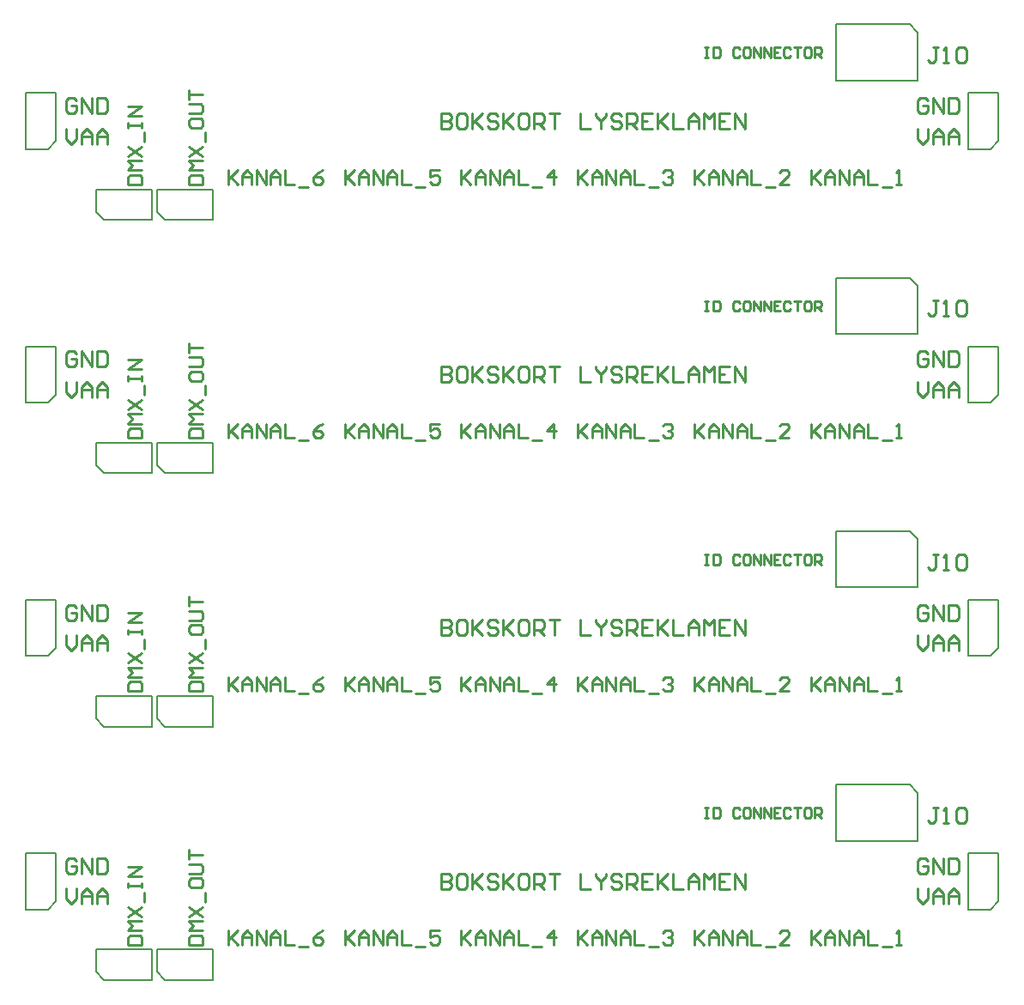
<source format=gto>
G04 Layer_Color=65535*
%FSLAX25Y25*%
%MOIN*%
G70*
G01*
G75*
%ADD10C,0.00787*%
%ADD17C,0.01000*%
D10*
X35276Y21654D02*
X57087D01*
X35276Y12992D02*
Y21654D01*
Y12992D02*
X38425Y9843D01*
X57087D01*
Y21654D01*
X58898D02*
X80709D01*
X58898Y12992D02*
Y21654D01*
Y12992D02*
X62047Y9843D01*
X80709D01*
Y21654D01*
X322559Y63898D02*
Y85709D01*
X351339D01*
X354488Y82559D01*
Y63898D02*
Y82559D01*
X322559Y63898D02*
X354488D01*
X374016Y59055D02*
X385827D01*
Y40394D02*
Y59055D01*
X382677Y37244D02*
X385827Y40394D01*
X374016Y37244D02*
X382677D01*
X374016D02*
Y59055D01*
X7874D02*
X19685D01*
Y40394D02*
Y59055D01*
X16535Y37244D02*
X19685Y40394D01*
X7874Y37244D02*
X16535D01*
X7874D02*
Y59055D01*
X35276Y120079D02*
X57087D01*
X35276Y111417D02*
Y120079D01*
Y111417D02*
X38425Y108268D01*
X57087D01*
Y120079D01*
X58898D02*
X80709D01*
X58898Y111417D02*
Y120079D01*
Y111417D02*
X62047Y108268D01*
X80709D01*
Y120079D01*
X322559Y162323D02*
Y184134D01*
X351339D01*
X354488Y180984D01*
Y162323D02*
Y180984D01*
X322559Y162323D02*
X354488D01*
X374016Y157480D02*
X385827D01*
Y138819D02*
Y157480D01*
X382677Y135669D02*
X385827Y138819D01*
X374016Y135669D02*
X382677D01*
X374016D02*
Y157480D01*
X7874D02*
X19685D01*
Y138819D02*
Y157480D01*
X16535Y135669D02*
X19685Y138819D01*
X7874Y135669D02*
X16535D01*
X7874D02*
Y157480D01*
X35276Y218504D02*
X57087D01*
X35276Y209842D02*
Y218504D01*
Y209842D02*
X38425Y206693D01*
X57087D01*
Y218504D01*
X58898D02*
X80709D01*
X58898Y209842D02*
Y218504D01*
Y209842D02*
X62047Y206693D01*
X80709D01*
Y218504D01*
X322559Y260748D02*
Y282559D01*
X351339D01*
X354488Y279410D01*
Y260748D02*
Y279410D01*
X322559Y260748D02*
X354488D01*
X374016Y255906D02*
X385827D01*
Y237244D02*
Y255906D01*
X382677Y234095D02*
X385827Y237244D01*
X374016Y234095D02*
X382677D01*
X374016D02*
Y255906D01*
X7874D02*
X19685D01*
Y237244D02*
Y255906D01*
X16535Y234095D02*
X19685Y237244D01*
X7874Y234095D02*
X16535D01*
X7874D02*
Y255906D01*
X35276Y316929D02*
X57087D01*
X35276Y308268D02*
Y316929D01*
Y308268D02*
X38425Y305118D01*
X57087D01*
Y316929D01*
X58898D02*
X80709D01*
X58898Y308268D02*
Y316929D01*
Y308268D02*
X62047Y305118D01*
X80709D01*
Y316929D01*
X322559Y359173D02*
Y380984D01*
X351339D01*
X354488Y377835D01*
Y359173D02*
Y377835D01*
X322559Y359173D02*
X354488D01*
X374016Y354331D02*
X385827D01*
Y335669D02*
Y354331D01*
X382677Y332520D02*
X385827Y335669D01*
X374016Y332520D02*
X382677D01*
X374016D02*
Y354331D01*
X7874D02*
X19685D01*
Y335669D02*
Y354331D01*
X16535Y332520D02*
X19685Y335669D01*
X7874Y332520D02*
X16535D01*
X7874D02*
Y354331D01*
D17*
X362266Y76864D02*
X360267D01*
X361267D01*
Y71866D01*
X360267Y70866D01*
X359267D01*
X358268Y71866D01*
X364266Y70866D02*
X366265D01*
X365265D01*
Y76864D01*
X364266Y75864D01*
X369264D02*
X370264Y76864D01*
X372263D01*
X373263Y75864D01*
Y71866D01*
X372263Y70866D01*
X370264D01*
X369264Y71866D01*
Y75864D01*
X47640Y23622D02*
X53150D01*
Y26377D01*
X52231Y27295D01*
X48558D01*
X47640Y26377D01*
Y23622D01*
X53150Y29132D02*
X47640D01*
X49476Y30969D01*
X47640Y32805D01*
X53150D01*
X47640Y34642D02*
X53150Y38315D01*
X47640D02*
X53150Y34642D01*
X54068Y40152D02*
Y43826D01*
X47640Y45662D02*
Y47499D01*
Y46580D01*
X53150D01*
Y45662D01*
Y47499D01*
Y50254D02*
X47640D01*
X53150Y53927D01*
X47640D01*
X71262Y23622D02*
X76772D01*
Y26377D01*
X75853Y27295D01*
X72180D01*
X71262Y26377D01*
Y23622D01*
X76772Y29132D02*
X71262D01*
X73098Y30969D01*
X71262Y32805D01*
X76772D01*
X71262Y34642D02*
X76772Y38315D01*
X71262D02*
X76772Y34642D01*
X77690Y40152D02*
Y43826D01*
X71262Y48417D02*
Y46580D01*
X72180Y45662D01*
X75853D01*
X76772Y46580D01*
Y48417D01*
X75853Y49336D01*
X72180D01*
X71262Y48417D01*
Y51172D02*
X75853D01*
X76772Y52091D01*
Y53927D01*
X75853Y54846D01*
X71262D01*
Y56682D02*
Y60356D01*
Y58519D01*
X76772D01*
X312992Y29132D02*
Y23622D01*
Y25459D01*
X316666Y29132D01*
X313911Y26377D01*
X316666Y23622D01*
X318502D02*
Y27295D01*
X320339Y29132D01*
X322176Y27295D01*
Y23622D01*
Y26377D01*
X318502D01*
X324012Y23622D02*
Y29132D01*
X327685Y23622D01*
Y29132D01*
X329522Y23622D02*
Y27295D01*
X331359Y29132D01*
X333196Y27295D01*
Y23622D01*
Y26377D01*
X329522D01*
X335032Y29132D02*
Y23622D01*
X338706D01*
X340542Y22704D02*
X344216D01*
X346052Y23622D02*
X347889D01*
X346971D01*
Y29132D01*
X346052Y28214D01*
X267717Y29132D02*
Y23622D01*
Y25459D01*
X271390Y29132D01*
X268635Y26377D01*
X271390Y23622D01*
X273227D02*
Y27295D01*
X275063Y29132D01*
X276900Y27295D01*
Y23622D01*
Y26377D01*
X273227D01*
X278737Y23622D02*
Y29132D01*
X282410Y23622D01*
Y29132D01*
X284247Y23622D02*
Y27295D01*
X286083Y29132D01*
X287920Y27295D01*
Y23622D01*
Y26377D01*
X284247D01*
X289757Y29132D02*
Y23622D01*
X293430D01*
X295267Y22704D02*
X298940D01*
X304450Y23622D02*
X300777D01*
X304450Y27295D01*
Y28214D01*
X303532Y29132D01*
X301695D01*
X300777Y28214D01*
X222441Y29132D02*
Y23622D01*
Y25459D01*
X226114Y29132D01*
X223359Y26377D01*
X226114Y23622D01*
X227951D02*
Y27295D01*
X229788Y29132D01*
X231624Y27295D01*
Y23622D01*
Y26377D01*
X227951D01*
X233461Y23622D02*
Y29132D01*
X237134Y23622D01*
Y29132D01*
X238971Y23622D02*
Y27295D01*
X240808Y29132D01*
X242644Y27295D01*
Y23622D01*
Y26377D01*
X238971D01*
X244481Y29132D02*
Y23622D01*
X248154D01*
X249991Y22704D02*
X253664D01*
X255501Y28214D02*
X256419Y29132D01*
X258256D01*
X259174Y28214D01*
Y27295D01*
X258256Y26377D01*
X257338D01*
X258256D01*
X259174Y25459D01*
Y24540D01*
X258256Y23622D01*
X256419D01*
X255501Y24540D01*
X177165Y29132D02*
Y23622D01*
Y25459D01*
X180839Y29132D01*
X178084Y26377D01*
X180839Y23622D01*
X182675D02*
Y27295D01*
X184512Y29132D01*
X186349Y27295D01*
Y23622D01*
Y26377D01*
X182675D01*
X188185Y23622D02*
Y29132D01*
X191859Y23622D01*
Y29132D01*
X193695Y23622D02*
Y27295D01*
X195532Y29132D01*
X197369Y27295D01*
Y23622D01*
Y26377D01*
X193695D01*
X199206Y29132D02*
Y23622D01*
X202879D01*
X204715Y22704D02*
X208389D01*
X212981Y23622D02*
Y29132D01*
X210226Y26377D01*
X213899D01*
X131890Y29132D02*
Y23622D01*
Y25459D01*
X135563Y29132D01*
X132808Y26377D01*
X135563Y23622D01*
X137400D02*
Y27295D01*
X139236Y29132D01*
X141073Y27295D01*
Y23622D01*
Y26377D01*
X137400D01*
X142910Y23622D02*
Y29132D01*
X146583Y23622D01*
Y29132D01*
X148420Y23622D02*
Y27295D01*
X150257Y29132D01*
X152093Y27295D01*
Y23622D01*
Y26377D01*
X148420D01*
X153930Y29132D02*
Y23622D01*
X157603D01*
X159440Y22704D02*
X163113D01*
X168623Y29132D02*
X164950D01*
Y26377D01*
X166787Y27295D01*
X167705D01*
X168623Y26377D01*
Y24540D01*
X167705Y23622D01*
X165868D01*
X164950Y24540D01*
X86614Y29132D02*
Y23622D01*
Y25459D01*
X90288Y29132D01*
X87533Y26377D01*
X90288Y23622D01*
X92124D02*
Y27295D01*
X93961Y29132D01*
X95798Y27295D01*
Y23622D01*
Y26377D01*
X92124D01*
X97634Y23622D02*
Y29132D01*
X101308Y23622D01*
Y29132D01*
X103144Y23622D02*
Y27295D01*
X104981Y29132D01*
X106818Y27295D01*
Y23622D01*
Y26377D01*
X103144D01*
X108654Y29132D02*
Y23622D01*
X112328D01*
X114164Y22704D02*
X117838D01*
X123348Y29132D02*
X121511Y28214D01*
X119674Y26377D01*
Y24540D01*
X120593Y23622D01*
X122429D01*
X123348Y24540D01*
Y25459D01*
X122429Y26377D01*
X119674D01*
X169291Y51274D02*
Y45276D01*
X172290D01*
X173290Y46275D01*
Y47275D01*
X172290Y48275D01*
X169291D01*
X172290D01*
X173290Y49274D01*
Y50274D01*
X172290Y51274D01*
X169291D01*
X178288D02*
X176289D01*
X175289Y50274D01*
Y46275D01*
X176289Y45276D01*
X178288D01*
X179288Y46275D01*
Y50274D01*
X178288Y51274D01*
X181288D02*
Y45276D01*
Y47275D01*
X185286Y51274D01*
X182287Y48275D01*
X185286Y45276D01*
X191284Y50274D02*
X190285Y51274D01*
X188285D01*
X187285Y50274D01*
Y49274D01*
X188285Y48275D01*
X190285D01*
X191284Y47275D01*
Y46275D01*
X190285Y45276D01*
X188285D01*
X187285Y46275D01*
X193284Y51274D02*
Y45276D01*
Y47275D01*
X197282Y51274D01*
X194283Y48275D01*
X197282Y45276D01*
X202281Y51274D02*
X200281D01*
X199282Y50274D01*
Y46275D01*
X200281Y45276D01*
X202281D01*
X203280Y46275D01*
Y50274D01*
X202281Y51274D01*
X205280Y45276D02*
Y51274D01*
X208279D01*
X209278Y50274D01*
Y48275D01*
X208279Y47275D01*
X205280D01*
X207279D02*
X209278Y45276D01*
X211278Y51274D02*
X215277D01*
X213277D01*
Y45276D01*
X223274Y51274D02*
Y45276D01*
X227273D01*
X229272Y51274D02*
Y50274D01*
X231271Y48275D01*
X233271Y50274D01*
Y51274D01*
X231271Y48275D02*
Y45276D01*
X239269Y50274D02*
X238269Y51274D01*
X236270D01*
X235270Y50274D01*
Y49274D01*
X236270Y48275D01*
X238269D01*
X239269Y47275D01*
Y46275D01*
X238269Y45276D01*
X236270D01*
X235270Y46275D01*
X241268Y45276D02*
Y51274D01*
X244267D01*
X245267Y50274D01*
Y48275D01*
X244267Y47275D01*
X241268D01*
X243267D02*
X245267Y45276D01*
X251265Y51274D02*
X247266D01*
Y45276D01*
X251265D01*
X247266Y48275D02*
X249266D01*
X253264Y51274D02*
Y45276D01*
Y47275D01*
X257263Y51274D01*
X254264Y48275D01*
X257263Y45276D01*
X259262Y51274D02*
Y45276D01*
X263261D01*
X265260D02*
Y49274D01*
X267260Y51274D01*
X269259Y49274D01*
Y45276D01*
Y48275D01*
X265260D01*
X271258Y45276D02*
Y51274D01*
X273258Y49274D01*
X275257Y51274D01*
Y45276D01*
X281255Y51274D02*
X277256D01*
Y45276D01*
X281255D01*
X277256Y48275D02*
X279256D01*
X283255Y45276D02*
Y51274D01*
X287253Y45276D01*
Y51274D01*
X23622Y45368D02*
Y41370D01*
X25621Y39370D01*
X27621Y41370D01*
Y45368D01*
X29620Y39370D02*
Y43369D01*
X31620Y45368D01*
X33619Y43369D01*
Y39370D01*
Y42369D01*
X29620D01*
X35618Y39370D02*
Y43369D01*
X37618Y45368D01*
X39617Y43369D01*
Y39370D01*
Y42369D01*
X35618D01*
X27621Y56179D02*
X26621Y57179D01*
X24622D01*
X23622Y56179D01*
Y52181D01*
X24622Y51181D01*
X26621D01*
X27621Y52181D01*
Y54180D01*
X25621D01*
X29620Y51181D02*
Y57179D01*
X33619Y51181D01*
Y57179D01*
X35618D02*
Y51181D01*
X38617D01*
X39617Y52181D01*
Y56179D01*
X38617Y57179D01*
X35618D01*
X358330Y56179D02*
X357330Y57179D01*
X355330D01*
X354331Y56179D01*
Y52181D01*
X355330Y51181D01*
X357330D01*
X358330Y52181D01*
Y54180D01*
X356330D01*
X360329Y51181D02*
Y57179D01*
X364328Y51181D01*
Y57179D01*
X366327D02*
Y51181D01*
X369326D01*
X370326Y52181D01*
Y56179D01*
X369326Y57179D01*
X366327D01*
X354331Y45368D02*
Y41370D01*
X356330Y39370D01*
X358330Y41370D01*
Y45368D01*
X360329Y39370D02*
Y43369D01*
X362328Y45368D01*
X364328Y43369D01*
Y39370D01*
Y42369D01*
X360329D01*
X366327Y39370D02*
Y43369D01*
X368326Y45368D01*
X370326Y43369D01*
Y39370D01*
Y42369D01*
X366327D01*
X271654Y76770D02*
X272966D01*
X272309D01*
Y72835D01*
X271654D01*
X272966D01*
X274933Y76770D02*
Y72835D01*
X276901D01*
X277557Y73491D01*
Y76114D01*
X276901Y76770D01*
X274933D01*
X285429Y76114D02*
X284773Y76770D01*
X283461D01*
X282805Y76114D01*
Y73491D01*
X283461Y72835D01*
X284773D01*
X285429Y73491D01*
X288708Y76770D02*
X287397D01*
X286740Y76114D01*
Y73491D01*
X287397Y72835D01*
X288708D01*
X289364Y73491D01*
Y76114D01*
X288708Y76770D01*
X290676Y72835D02*
Y76770D01*
X293300Y72835D01*
Y76770D01*
X294612Y72835D02*
Y76770D01*
X297236Y72835D01*
Y76770D01*
X301172D02*
X298548D01*
Y72835D01*
X301172D01*
X298548Y74803D02*
X299860D01*
X305107Y76114D02*
X304451Y76770D01*
X303139D01*
X302484Y76114D01*
Y73491D01*
X303139Y72835D01*
X304451D01*
X305107Y73491D01*
X306419Y76770D02*
X309043D01*
X307731D01*
Y72835D01*
X312323Y76770D02*
X311011D01*
X310355Y76114D01*
Y73491D01*
X311011Y72835D01*
X312323D01*
X312979Y73491D01*
Y76114D01*
X312323Y76770D01*
X314291Y72835D02*
Y76770D01*
X316259D01*
X316915Y76114D01*
Y74803D01*
X316259Y74147D01*
X314291D01*
X315603D02*
X316915Y72835D01*
X362266Y175289D02*
X360267D01*
X361267D01*
Y170291D01*
X360267Y169291D01*
X359267D01*
X358268Y170291D01*
X364266Y169291D02*
X366265D01*
X365265D01*
Y175289D01*
X364266Y174290D01*
X369264D02*
X370264Y175289D01*
X372263D01*
X373263Y174290D01*
Y170291D01*
X372263Y169291D01*
X370264D01*
X369264Y170291D01*
Y174290D01*
X47640Y122047D02*
X53150D01*
Y124802D01*
X52231Y125721D01*
X48558D01*
X47640Y124802D01*
Y122047D01*
X53150Y127557D02*
X47640D01*
X49476Y129394D01*
X47640Y131231D01*
X53150D01*
X47640Y133067D02*
X53150Y136741D01*
X47640D02*
X53150Y133067D01*
X54068Y138577D02*
Y142251D01*
X47640Y144087D02*
Y145924D01*
Y145006D01*
X53150D01*
Y144087D01*
Y145924D01*
Y148679D02*
X47640D01*
X53150Y152352D01*
X47640D01*
X71262Y122047D02*
X76772D01*
Y124802D01*
X75853Y125721D01*
X72180D01*
X71262Y124802D01*
Y122047D01*
X76772Y127557D02*
X71262D01*
X73098Y129394D01*
X71262Y131231D01*
X76772D01*
X71262Y133067D02*
X76772Y136741D01*
X71262D02*
X76772Y133067D01*
X77690Y138577D02*
Y142251D01*
X71262Y146842D02*
Y145006D01*
X72180Y144087D01*
X75853D01*
X76772Y145006D01*
Y146842D01*
X75853Y147761D01*
X72180D01*
X71262Y146842D01*
Y149597D02*
X75853D01*
X76772Y150516D01*
Y152352D01*
X75853Y153271D01*
X71262D01*
Y155107D02*
Y158781D01*
Y156944D01*
X76772D01*
X312992Y127557D02*
Y122047D01*
Y123884D01*
X316666Y127557D01*
X313911Y124802D01*
X316666Y122047D01*
X318502D02*
Y125721D01*
X320339Y127557D01*
X322176Y125721D01*
Y122047D01*
Y124802D01*
X318502D01*
X324012Y122047D02*
Y127557D01*
X327685Y122047D01*
Y127557D01*
X329522Y122047D02*
Y125721D01*
X331359Y127557D01*
X333196Y125721D01*
Y122047D01*
Y124802D01*
X329522D01*
X335032Y127557D02*
Y122047D01*
X338706D01*
X340542Y121129D02*
X344216D01*
X346052Y122047D02*
X347889D01*
X346971D01*
Y127557D01*
X346052Y126639D01*
X267717Y127557D02*
Y122047D01*
Y123884D01*
X271390Y127557D01*
X268635Y124802D01*
X271390Y122047D01*
X273227D02*
Y125721D01*
X275063Y127557D01*
X276900Y125721D01*
Y122047D01*
Y124802D01*
X273227D01*
X278737Y122047D02*
Y127557D01*
X282410Y122047D01*
Y127557D01*
X284247Y122047D02*
Y125721D01*
X286083Y127557D01*
X287920Y125721D01*
Y122047D01*
Y124802D01*
X284247D01*
X289757Y127557D02*
Y122047D01*
X293430D01*
X295267Y121129D02*
X298940D01*
X304450Y122047D02*
X300777D01*
X304450Y125721D01*
Y126639D01*
X303532Y127557D01*
X301695D01*
X300777Y126639D01*
X222441Y127557D02*
Y122047D01*
Y123884D01*
X226114Y127557D01*
X223359Y124802D01*
X226114Y122047D01*
X227951D02*
Y125721D01*
X229788Y127557D01*
X231624Y125721D01*
Y122047D01*
Y124802D01*
X227951D01*
X233461Y122047D02*
Y127557D01*
X237134Y122047D01*
Y127557D01*
X238971Y122047D02*
Y125721D01*
X240808Y127557D01*
X242644Y125721D01*
Y122047D01*
Y124802D01*
X238971D01*
X244481Y127557D02*
Y122047D01*
X248154D01*
X249991Y121129D02*
X253664D01*
X255501Y126639D02*
X256419Y127557D01*
X258256D01*
X259174Y126639D01*
Y125721D01*
X258256Y124802D01*
X257338D01*
X258256D01*
X259174Y123884D01*
Y122966D01*
X258256Y122047D01*
X256419D01*
X255501Y122966D01*
X177165Y127557D02*
Y122047D01*
Y123884D01*
X180839Y127557D01*
X178084Y124802D01*
X180839Y122047D01*
X182675D02*
Y125721D01*
X184512Y127557D01*
X186349Y125721D01*
Y122047D01*
Y124802D01*
X182675D01*
X188185Y122047D02*
Y127557D01*
X191859Y122047D01*
Y127557D01*
X193695Y122047D02*
Y125721D01*
X195532Y127557D01*
X197369Y125721D01*
Y122047D01*
Y124802D01*
X193695D01*
X199206Y127557D02*
Y122047D01*
X202879D01*
X204715Y121129D02*
X208389D01*
X212981Y122047D02*
Y127557D01*
X210226Y124802D01*
X213899D01*
X131890Y127557D02*
Y122047D01*
Y123884D01*
X135563Y127557D01*
X132808Y124802D01*
X135563Y122047D01*
X137400D02*
Y125721D01*
X139236Y127557D01*
X141073Y125721D01*
Y122047D01*
Y124802D01*
X137400D01*
X142910Y122047D02*
Y127557D01*
X146583Y122047D01*
Y127557D01*
X148420Y122047D02*
Y125721D01*
X150257Y127557D01*
X152093Y125721D01*
Y122047D01*
Y124802D01*
X148420D01*
X153930Y127557D02*
Y122047D01*
X157603D01*
X159440Y121129D02*
X163113D01*
X168623Y127557D02*
X164950D01*
Y124802D01*
X166787Y125721D01*
X167705D01*
X168623Y124802D01*
Y122966D01*
X167705Y122047D01*
X165868D01*
X164950Y122966D01*
X86614Y127557D02*
Y122047D01*
Y123884D01*
X90288Y127557D01*
X87533Y124802D01*
X90288Y122047D01*
X92124D02*
Y125721D01*
X93961Y127557D01*
X95798Y125721D01*
Y122047D01*
Y124802D01*
X92124D01*
X97634Y122047D02*
Y127557D01*
X101308Y122047D01*
Y127557D01*
X103144Y122047D02*
Y125721D01*
X104981Y127557D01*
X106818Y125721D01*
Y122047D01*
Y124802D01*
X103144D01*
X108654Y127557D02*
Y122047D01*
X112328D01*
X114164Y121129D02*
X117838D01*
X123348Y127557D02*
X121511Y126639D01*
X119674Y124802D01*
Y122966D01*
X120593Y122047D01*
X122429D01*
X123348Y122966D01*
Y123884D01*
X122429Y124802D01*
X119674D01*
X169291Y149699D02*
Y143701D01*
X172290D01*
X173290Y144701D01*
Y145700D01*
X172290Y146700D01*
X169291D01*
X172290D01*
X173290Y147699D01*
Y148699D01*
X172290Y149699D01*
X169291D01*
X178288D02*
X176289D01*
X175289Y148699D01*
Y144701D01*
X176289Y143701D01*
X178288D01*
X179288Y144701D01*
Y148699D01*
X178288Y149699D01*
X181288D02*
Y143701D01*
Y145700D01*
X185286Y149699D01*
X182287Y146700D01*
X185286Y143701D01*
X191284Y148699D02*
X190285Y149699D01*
X188285D01*
X187285Y148699D01*
Y147699D01*
X188285Y146700D01*
X190285D01*
X191284Y145700D01*
Y144701D01*
X190285Y143701D01*
X188285D01*
X187285Y144701D01*
X193284Y149699D02*
Y143701D01*
Y145700D01*
X197282Y149699D01*
X194283Y146700D01*
X197282Y143701D01*
X202281Y149699D02*
X200281D01*
X199282Y148699D01*
Y144701D01*
X200281Y143701D01*
X202281D01*
X203280Y144701D01*
Y148699D01*
X202281Y149699D01*
X205280Y143701D02*
Y149699D01*
X208279D01*
X209278Y148699D01*
Y146700D01*
X208279Y145700D01*
X205280D01*
X207279D02*
X209278Y143701D01*
X211278Y149699D02*
X215277D01*
X213277D01*
Y143701D01*
X223274Y149699D02*
Y143701D01*
X227273D01*
X229272Y149699D02*
Y148699D01*
X231271Y146700D01*
X233271Y148699D01*
Y149699D01*
X231271Y146700D02*
Y143701D01*
X239269Y148699D02*
X238269Y149699D01*
X236270D01*
X235270Y148699D01*
Y147699D01*
X236270Y146700D01*
X238269D01*
X239269Y145700D01*
Y144701D01*
X238269Y143701D01*
X236270D01*
X235270Y144701D01*
X241268Y143701D02*
Y149699D01*
X244267D01*
X245267Y148699D01*
Y146700D01*
X244267Y145700D01*
X241268D01*
X243267D02*
X245267Y143701D01*
X251265Y149699D02*
X247266D01*
Y143701D01*
X251265D01*
X247266Y146700D02*
X249266D01*
X253264Y149699D02*
Y143701D01*
Y145700D01*
X257263Y149699D01*
X254264Y146700D01*
X257263Y143701D01*
X259262Y149699D02*
Y143701D01*
X263261D01*
X265260D02*
Y147699D01*
X267260Y149699D01*
X269259Y147699D01*
Y143701D01*
Y146700D01*
X265260D01*
X271258Y143701D02*
Y149699D01*
X273258Y147699D01*
X275257Y149699D01*
Y143701D01*
X281255Y149699D02*
X277256D01*
Y143701D01*
X281255D01*
X277256Y146700D02*
X279256D01*
X283255Y143701D02*
Y149699D01*
X287253Y143701D01*
Y149699D01*
X23622Y143793D02*
Y139795D01*
X25621Y137795D01*
X27621Y139795D01*
Y143793D01*
X29620Y137795D02*
Y141794D01*
X31620Y143793D01*
X33619Y141794D01*
Y137795D01*
Y140794D01*
X29620D01*
X35618Y137795D02*
Y141794D01*
X37618Y143793D01*
X39617Y141794D01*
Y137795D01*
Y140794D01*
X35618D01*
X27621Y154605D02*
X26621Y155604D01*
X24622D01*
X23622Y154605D01*
Y150606D01*
X24622Y149606D01*
X26621D01*
X27621Y150606D01*
Y152605D01*
X25621D01*
X29620Y149606D02*
Y155604D01*
X33619Y149606D01*
Y155604D01*
X35618D02*
Y149606D01*
X38617D01*
X39617Y150606D01*
Y154605D01*
X38617Y155604D01*
X35618D01*
X358330Y154605D02*
X357330Y155604D01*
X355330D01*
X354331Y154605D01*
Y150606D01*
X355330Y149606D01*
X357330D01*
X358330Y150606D01*
Y152605D01*
X356330D01*
X360329Y149606D02*
Y155604D01*
X364328Y149606D01*
Y155604D01*
X366327D02*
Y149606D01*
X369326D01*
X370326Y150606D01*
Y154605D01*
X369326Y155604D01*
X366327D01*
X354331Y143793D02*
Y139795D01*
X356330Y137795D01*
X358330Y139795D01*
Y143793D01*
X360329Y137795D02*
Y141794D01*
X362328Y143793D01*
X364328Y141794D01*
Y137795D01*
Y140794D01*
X360329D01*
X366327Y137795D02*
Y141794D01*
X368326Y143793D01*
X370326Y141794D01*
Y137795D01*
Y140794D01*
X366327D01*
X271654Y175196D02*
X272966D01*
X272309D01*
Y171260D01*
X271654D01*
X272966D01*
X274933Y175196D02*
Y171260D01*
X276901D01*
X277557Y171916D01*
Y174540D01*
X276901Y175196D01*
X274933D01*
X285429Y174540D02*
X284773Y175196D01*
X283461D01*
X282805Y174540D01*
Y171916D01*
X283461Y171260D01*
X284773D01*
X285429Y171916D01*
X288708Y175196D02*
X287397D01*
X286740Y174540D01*
Y171916D01*
X287397Y171260D01*
X288708D01*
X289364Y171916D01*
Y174540D01*
X288708Y175196D01*
X290676Y171260D02*
Y175196D01*
X293300Y171260D01*
Y175196D01*
X294612Y171260D02*
Y175196D01*
X297236Y171260D01*
Y175196D01*
X301172D02*
X298548D01*
Y171260D01*
X301172D01*
X298548Y173228D02*
X299860D01*
X305107Y174540D02*
X304451Y175196D01*
X303139D01*
X302484Y174540D01*
Y171916D01*
X303139Y171260D01*
X304451D01*
X305107Y171916D01*
X306419Y175196D02*
X309043D01*
X307731D01*
Y171260D01*
X312323Y175196D02*
X311011D01*
X310355Y174540D01*
Y171916D01*
X311011Y171260D01*
X312323D01*
X312979Y171916D01*
Y174540D01*
X312323Y175196D01*
X314291Y171260D02*
Y175196D01*
X316259D01*
X316915Y174540D01*
Y173228D01*
X316259Y172572D01*
X314291D01*
X315603D02*
X316915Y171260D01*
X362266Y273715D02*
X360267D01*
X361267D01*
Y268716D01*
X360267Y267717D01*
X359267D01*
X358268Y268716D01*
X364266Y267717D02*
X366265D01*
X365265D01*
Y273715D01*
X364266Y272715D01*
X369264D02*
X370264Y273715D01*
X372263D01*
X373263Y272715D01*
Y268716D01*
X372263Y267717D01*
X370264D01*
X369264Y268716D01*
Y272715D01*
X47640Y220473D02*
X53150D01*
Y223228D01*
X52231Y224146D01*
X48558D01*
X47640Y223228D01*
Y220473D01*
X53150Y225982D02*
X47640D01*
X49476Y227819D01*
X47640Y229656D01*
X53150D01*
X47640Y231492D02*
X53150Y235166D01*
X47640D02*
X53150Y231492D01*
X54068Y237003D02*
Y240676D01*
X47640Y242513D02*
Y244349D01*
Y243431D01*
X53150D01*
Y242513D01*
Y244349D01*
Y247104D02*
X47640D01*
X53150Y250778D01*
X47640D01*
X71262Y220473D02*
X76772D01*
Y223228D01*
X75853Y224146D01*
X72180D01*
X71262Y223228D01*
Y220473D01*
X76772Y225982D02*
X71262D01*
X73098Y227819D01*
X71262Y229656D01*
X76772D01*
X71262Y231492D02*
X76772Y235166D01*
X71262D02*
X76772Y231492D01*
X77690Y237003D02*
Y240676D01*
X71262Y245268D02*
Y243431D01*
X72180Y242513D01*
X75853D01*
X76772Y243431D01*
Y245268D01*
X75853Y246186D01*
X72180D01*
X71262Y245268D01*
Y248023D02*
X75853D01*
X76772Y248941D01*
Y250778D01*
X75853Y251696D01*
X71262D01*
Y253533D02*
Y257206D01*
Y255369D01*
X76772D01*
X312992Y225982D02*
Y220472D01*
Y222309D01*
X316666Y225982D01*
X313911Y223228D01*
X316666Y220472D01*
X318502D02*
Y224146D01*
X320339Y225982D01*
X322176Y224146D01*
Y220472D01*
Y223228D01*
X318502D01*
X324012Y220472D02*
Y225982D01*
X327685Y220472D01*
Y225982D01*
X329522Y220472D02*
Y224146D01*
X331359Y225982D01*
X333196Y224146D01*
Y220472D01*
Y223228D01*
X329522D01*
X335032Y225982D02*
Y220472D01*
X338706D01*
X340542Y219554D02*
X344216D01*
X346052Y220472D02*
X347889D01*
X346971D01*
Y225982D01*
X346052Y225064D01*
X267717Y225982D02*
Y220472D01*
Y222309D01*
X271390Y225982D01*
X268635Y223228D01*
X271390Y220472D01*
X273227D02*
Y224146D01*
X275063Y225982D01*
X276900Y224146D01*
Y220472D01*
Y223228D01*
X273227D01*
X278737Y220472D02*
Y225982D01*
X282410Y220472D01*
Y225982D01*
X284247Y220472D02*
Y224146D01*
X286083Y225982D01*
X287920Y224146D01*
Y220472D01*
Y223228D01*
X284247D01*
X289757Y225982D02*
Y220472D01*
X293430D01*
X295267Y219554D02*
X298940D01*
X304450Y220472D02*
X300777D01*
X304450Y224146D01*
Y225064D01*
X303532Y225982D01*
X301695D01*
X300777Y225064D01*
X222441Y225982D02*
Y220472D01*
Y222309D01*
X226114Y225982D01*
X223359Y223228D01*
X226114Y220472D01*
X227951D02*
Y224146D01*
X229788Y225982D01*
X231624Y224146D01*
Y220472D01*
Y223228D01*
X227951D01*
X233461Y220472D02*
Y225982D01*
X237134Y220472D01*
Y225982D01*
X238971Y220472D02*
Y224146D01*
X240808Y225982D01*
X242644Y224146D01*
Y220472D01*
Y223228D01*
X238971D01*
X244481Y225982D02*
Y220472D01*
X248154D01*
X249991Y219554D02*
X253664D01*
X255501Y225064D02*
X256419Y225982D01*
X258256D01*
X259174Y225064D01*
Y224146D01*
X258256Y223228D01*
X257338D01*
X258256D01*
X259174Y222309D01*
Y221391D01*
X258256Y220472D01*
X256419D01*
X255501Y221391D01*
X177165Y225982D02*
Y220472D01*
Y222309D01*
X180839Y225982D01*
X178084Y223228D01*
X180839Y220472D01*
X182675D02*
Y224146D01*
X184512Y225982D01*
X186349Y224146D01*
Y220472D01*
Y223228D01*
X182675D01*
X188185Y220472D02*
Y225982D01*
X191859Y220472D01*
Y225982D01*
X193695Y220472D02*
Y224146D01*
X195532Y225982D01*
X197369Y224146D01*
Y220472D01*
Y223228D01*
X193695D01*
X199206Y225982D02*
Y220472D01*
X202879D01*
X204715Y219554D02*
X208389D01*
X212981Y220472D02*
Y225982D01*
X210226Y223228D01*
X213899D01*
X131890Y225982D02*
Y220472D01*
Y222309D01*
X135563Y225982D01*
X132808Y223228D01*
X135563Y220472D01*
X137400D02*
Y224146D01*
X139236Y225982D01*
X141073Y224146D01*
Y220472D01*
Y223228D01*
X137400D01*
X142910Y220472D02*
Y225982D01*
X146583Y220472D01*
Y225982D01*
X148420Y220472D02*
Y224146D01*
X150257Y225982D01*
X152093Y224146D01*
Y220472D01*
Y223228D01*
X148420D01*
X153930Y225982D02*
Y220472D01*
X157603D01*
X159440Y219554D02*
X163113D01*
X168623Y225982D02*
X164950D01*
Y223228D01*
X166787Y224146D01*
X167705D01*
X168623Y223228D01*
Y221391D01*
X167705Y220472D01*
X165868D01*
X164950Y221391D01*
X86614Y225982D02*
Y220472D01*
Y222309D01*
X90288Y225982D01*
X87533Y223228D01*
X90288Y220472D01*
X92124D02*
Y224146D01*
X93961Y225982D01*
X95798Y224146D01*
Y220472D01*
Y223228D01*
X92124D01*
X97634Y220472D02*
Y225982D01*
X101308Y220472D01*
Y225982D01*
X103144Y220472D02*
Y224146D01*
X104981Y225982D01*
X106818Y224146D01*
Y220472D01*
Y223228D01*
X103144D01*
X108654Y225982D02*
Y220472D01*
X112328D01*
X114164Y219554D02*
X117838D01*
X123348Y225982D02*
X121511Y225064D01*
X119674Y223228D01*
Y221391D01*
X120593Y220472D01*
X122429D01*
X123348Y221391D01*
Y222309D01*
X122429Y223228D01*
X119674D01*
X169291Y248124D02*
Y242126D01*
X172290D01*
X173290Y243126D01*
Y244125D01*
X172290Y245125D01*
X169291D01*
X172290D01*
X173290Y246125D01*
Y247124D01*
X172290Y248124D01*
X169291D01*
X178288D02*
X176289D01*
X175289Y247124D01*
Y243126D01*
X176289Y242126D01*
X178288D01*
X179288Y243126D01*
Y247124D01*
X178288Y248124D01*
X181288D02*
Y242126D01*
Y244125D01*
X185286Y248124D01*
X182287Y245125D01*
X185286Y242126D01*
X191284Y247124D02*
X190285Y248124D01*
X188285D01*
X187285Y247124D01*
Y246125D01*
X188285Y245125D01*
X190285D01*
X191284Y244125D01*
Y243126D01*
X190285Y242126D01*
X188285D01*
X187285Y243126D01*
X193284Y248124D02*
Y242126D01*
Y244125D01*
X197282Y248124D01*
X194283Y245125D01*
X197282Y242126D01*
X202281Y248124D02*
X200281D01*
X199282Y247124D01*
Y243126D01*
X200281Y242126D01*
X202281D01*
X203280Y243126D01*
Y247124D01*
X202281Y248124D01*
X205280Y242126D02*
Y248124D01*
X208279D01*
X209278Y247124D01*
Y245125D01*
X208279Y244125D01*
X205280D01*
X207279D02*
X209278Y242126D01*
X211278Y248124D02*
X215277D01*
X213277D01*
Y242126D01*
X223274Y248124D02*
Y242126D01*
X227273D01*
X229272Y248124D02*
Y247124D01*
X231271Y245125D01*
X233271Y247124D01*
Y248124D01*
X231271Y245125D02*
Y242126D01*
X239269Y247124D02*
X238269Y248124D01*
X236270D01*
X235270Y247124D01*
Y246125D01*
X236270Y245125D01*
X238269D01*
X239269Y244125D01*
Y243126D01*
X238269Y242126D01*
X236270D01*
X235270Y243126D01*
X241268Y242126D02*
Y248124D01*
X244267D01*
X245267Y247124D01*
Y245125D01*
X244267Y244125D01*
X241268D01*
X243267D02*
X245267Y242126D01*
X251265Y248124D02*
X247266D01*
Y242126D01*
X251265D01*
X247266Y245125D02*
X249266D01*
X253264Y248124D02*
Y242126D01*
Y244125D01*
X257263Y248124D01*
X254264Y245125D01*
X257263Y242126D01*
X259262Y248124D02*
Y242126D01*
X263261D01*
X265260D02*
Y246125D01*
X267260Y248124D01*
X269259Y246125D01*
Y242126D01*
Y245125D01*
X265260D01*
X271258Y242126D02*
Y248124D01*
X273258Y246125D01*
X275257Y248124D01*
Y242126D01*
X281255Y248124D02*
X277256D01*
Y242126D01*
X281255D01*
X277256Y245125D02*
X279256D01*
X283255Y242126D02*
Y248124D01*
X287253Y242126D01*
Y248124D01*
X23622Y242219D02*
Y238220D01*
X25621Y236221D01*
X27621Y238220D01*
Y242219D01*
X29620Y236221D02*
Y240219D01*
X31620Y242219D01*
X33619Y240219D01*
Y236221D01*
Y239220D01*
X29620D01*
X35618Y236221D02*
Y240219D01*
X37618Y242219D01*
X39617Y240219D01*
Y236221D01*
Y239220D01*
X35618D01*
X27621Y253030D02*
X26621Y254030D01*
X24622D01*
X23622Y253030D01*
Y249031D01*
X24622Y248032D01*
X26621D01*
X27621Y249031D01*
Y251031D01*
X25621D01*
X29620Y248032D02*
Y254030D01*
X33619Y248032D01*
Y254030D01*
X35618D02*
Y248032D01*
X38617D01*
X39617Y249031D01*
Y253030D01*
X38617Y254030D01*
X35618D01*
X358330Y253030D02*
X357330Y254030D01*
X355330D01*
X354331Y253030D01*
Y249031D01*
X355330Y248032D01*
X357330D01*
X358330Y249031D01*
Y251031D01*
X356330D01*
X360329Y248032D02*
Y254030D01*
X364328Y248032D01*
Y254030D01*
X366327D02*
Y248032D01*
X369326D01*
X370326Y249031D01*
Y253030D01*
X369326Y254030D01*
X366327D01*
X354331Y242219D02*
Y238220D01*
X356330Y236221D01*
X358330Y238220D01*
Y242219D01*
X360329Y236221D02*
Y240219D01*
X362328Y242219D01*
X364328Y240219D01*
Y236221D01*
Y239220D01*
X360329D01*
X366327Y236221D02*
Y240219D01*
X368326Y242219D01*
X370326Y240219D01*
Y236221D01*
Y239220D01*
X366327D01*
X271654Y273621D02*
X272966D01*
X272309D01*
Y269685D01*
X271654D01*
X272966D01*
X274933Y273621D02*
Y269685D01*
X276901D01*
X277557Y270341D01*
Y272965D01*
X276901Y273621D01*
X274933D01*
X285429Y272965D02*
X284773Y273621D01*
X283461D01*
X282805Y272965D01*
Y270341D01*
X283461Y269685D01*
X284773D01*
X285429Y270341D01*
X288708Y273621D02*
X287397D01*
X286740Y272965D01*
Y270341D01*
X287397Y269685D01*
X288708D01*
X289364Y270341D01*
Y272965D01*
X288708Y273621D01*
X290676Y269685D02*
Y273621D01*
X293300Y269685D01*
Y273621D01*
X294612Y269685D02*
Y273621D01*
X297236Y269685D01*
Y273621D01*
X301172D02*
X298548D01*
Y269685D01*
X301172D01*
X298548Y271653D02*
X299860D01*
X305107Y272965D02*
X304451Y273621D01*
X303139D01*
X302484Y272965D01*
Y270341D01*
X303139Y269685D01*
X304451D01*
X305107Y270341D01*
X306419Y273621D02*
X309043D01*
X307731D01*
Y269685D01*
X312323Y273621D02*
X311011D01*
X310355Y272965D01*
Y270341D01*
X311011Y269685D01*
X312323D01*
X312979Y270341D01*
Y272965D01*
X312323Y273621D01*
X314291Y269685D02*
Y273621D01*
X316259D01*
X316915Y272965D01*
Y271653D01*
X316259Y270997D01*
X314291D01*
X315603D02*
X316915Y269685D01*
X362266Y372140D02*
X360267D01*
X361267D01*
Y367141D01*
X360267Y366142D01*
X359267D01*
X358268Y367141D01*
X364266Y366142D02*
X366265D01*
X365265D01*
Y372140D01*
X364266Y371140D01*
X369264D02*
X370264Y372140D01*
X372263D01*
X373263Y371140D01*
Y367141D01*
X372263Y366142D01*
X370264D01*
X369264Y367141D01*
Y371140D01*
X47640Y318898D02*
X53150D01*
Y321653D01*
X52231Y322571D01*
X48558D01*
X47640Y321653D01*
Y318898D01*
X53150Y324408D02*
X47640D01*
X49476Y326244D01*
X47640Y328081D01*
X53150D01*
X47640Y329918D02*
X53150Y333591D01*
X47640D02*
X53150Y329918D01*
X54068Y335428D02*
Y339101D01*
X47640Y340938D02*
Y342775D01*
Y341856D01*
X53150D01*
Y340938D01*
Y342775D01*
Y345530D02*
X47640D01*
X53150Y349203D01*
X47640D01*
X71262Y318898D02*
X76772D01*
Y321653D01*
X75853Y322571D01*
X72180D01*
X71262Y321653D01*
Y318898D01*
X76772Y324408D02*
X71262D01*
X73098Y326244D01*
X71262Y328081D01*
X76772D01*
X71262Y329918D02*
X76772Y333591D01*
X71262D02*
X76772Y329918D01*
X77690Y335428D02*
Y339101D01*
X71262Y343693D02*
Y341856D01*
X72180Y340938D01*
X75853D01*
X76772Y341856D01*
Y343693D01*
X75853Y344611D01*
X72180D01*
X71262Y343693D01*
Y346448D02*
X75853D01*
X76772Y347366D01*
Y349203D01*
X75853Y350121D01*
X71262D01*
Y351958D02*
Y355631D01*
Y353795D01*
X76772D01*
X312992Y324408D02*
Y318898D01*
Y320734D01*
X316666Y324408D01*
X313911Y321653D01*
X316666Y318898D01*
X318502D02*
Y322571D01*
X320339Y324408D01*
X322176Y322571D01*
Y318898D01*
Y321653D01*
X318502D01*
X324012Y318898D02*
Y324408D01*
X327685Y318898D01*
Y324408D01*
X329522Y318898D02*
Y322571D01*
X331359Y324408D01*
X333196Y322571D01*
Y318898D01*
Y321653D01*
X329522D01*
X335032Y324408D02*
Y318898D01*
X338706D01*
X340542Y317979D02*
X344216D01*
X346052Y318898D02*
X347889D01*
X346971D01*
Y324408D01*
X346052Y323489D01*
X267717Y324408D02*
Y318898D01*
Y320734D01*
X271390Y324408D01*
X268635Y321653D01*
X271390Y318898D01*
X273227D02*
Y322571D01*
X275063Y324408D01*
X276900Y322571D01*
Y318898D01*
Y321653D01*
X273227D01*
X278737Y318898D02*
Y324408D01*
X282410Y318898D01*
Y324408D01*
X284247Y318898D02*
Y322571D01*
X286083Y324408D01*
X287920Y322571D01*
Y318898D01*
Y321653D01*
X284247D01*
X289757Y324408D02*
Y318898D01*
X293430D01*
X295267Y317979D02*
X298940D01*
X304450Y318898D02*
X300777D01*
X304450Y322571D01*
Y323489D01*
X303532Y324408D01*
X301695D01*
X300777Y323489D01*
X222441Y324408D02*
Y318898D01*
Y320734D01*
X226114Y324408D01*
X223359Y321653D01*
X226114Y318898D01*
X227951D02*
Y322571D01*
X229788Y324408D01*
X231624Y322571D01*
Y318898D01*
Y321653D01*
X227951D01*
X233461Y318898D02*
Y324408D01*
X237134Y318898D01*
Y324408D01*
X238971Y318898D02*
Y322571D01*
X240808Y324408D01*
X242644Y322571D01*
Y318898D01*
Y321653D01*
X238971D01*
X244481Y324408D02*
Y318898D01*
X248154D01*
X249991Y317979D02*
X253664D01*
X255501Y323489D02*
X256419Y324408D01*
X258256D01*
X259174Y323489D01*
Y322571D01*
X258256Y321653D01*
X257338D01*
X258256D01*
X259174Y320734D01*
Y319816D01*
X258256Y318898D01*
X256419D01*
X255501Y319816D01*
X177165Y324408D02*
Y318898D01*
Y320734D01*
X180839Y324408D01*
X178084Y321653D01*
X180839Y318898D01*
X182675D02*
Y322571D01*
X184512Y324408D01*
X186349Y322571D01*
Y318898D01*
Y321653D01*
X182675D01*
X188185Y318898D02*
Y324408D01*
X191859Y318898D01*
Y324408D01*
X193695Y318898D02*
Y322571D01*
X195532Y324408D01*
X197369Y322571D01*
Y318898D01*
Y321653D01*
X193695D01*
X199206Y324408D02*
Y318898D01*
X202879D01*
X204715Y317979D02*
X208389D01*
X212981Y318898D02*
Y324408D01*
X210226Y321653D01*
X213899D01*
X131890Y324408D02*
Y318898D01*
Y320734D01*
X135563Y324408D01*
X132808Y321653D01*
X135563Y318898D01*
X137400D02*
Y322571D01*
X139236Y324408D01*
X141073Y322571D01*
Y318898D01*
Y321653D01*
X137400D01*
X142910Y318898D02*
Y324408D01*
X146583Y318898D01*
Y324408D01*
X148420Y318898D02*
Y322571D01*
X150257Y324408D01*
X152093Y322571D01*
Y318898D01*
Y321653D01*
X148420D01*
X153930Y324408D02*
Y318898D01*
X157603D01*
X159440Y317979D02*
X163113D01*
X168623Y324408D02*
X164950D01*
Y321653D01*
X166787Y322571D01*
X167705D01*
X168623Y321653D01*
Y319816D01*
X167705Y318898D01*
X165868D01*
X164950Y319816D01*
X86614Y324408D02*
Y318898D01*
Y320734D01*
X90288Y324408D01*
X87533Y321653D01*
X90288Y318898D01*
X92124D02*
Y322571D01*
X93961Y324408D01*
X95798Y322571D01*
Y318898D01*
Y321653D01*
X92124D01*
X97634Y318898D02*
Y324408D01*
X101308Y318898D01*
Y324408D01*
X103144Y318898D02*
Y322571D01*
X104981Y324408D01*
X106818Y322571D01*
Y318898D01*
Y321653D01*
X103144D01*
X108654Y324408D02*
Y318898D01*
X112328D01*
X114164Y317979D02*
X117838D01*
X123348Y324408D02*
X121511Y323489D01*
X119674Y321653D01*
Y319816D01*
X120593Y318898D01*
X122429D01*
X123348Y319816D01*
Y320734D01*
X122429Y321653D01*
X119674D01*
X169291Y346549D02*
Y340551D01*
X172290D01*
X173290Y341551D01*
Y342550D01*
X172290Y343550D01*
X169291D01*
X172290D01*
X173290Y344550D01*
Y345550D01*
X172290Y346549D01*
X169291D01*
X178288D02*
X176289D01*
X175289Y345550D01*
Y341551D01*
X176289Y340551D01*
X178288D01*
X179288Y341551D01*
Y345550D01*
X178288Y346549D01*
X181288D02*
Y340551D01*
Y342550D01*
X185286Y346549D01*
X182287Y343550D01*
X185286Y340551D01*
X191284Y345550D02*
X190285Y346549D01*
X188285D01*
X187285Y345550D01*
Y344550D01*
X188285Y343550D01*
X190285D01*
X191284Y342550D01*
Y341551D01*
X190285Y340551D01*
X188285D01*
X187285Y341551D01*
X193284Y346549D02*
Y340551D01*
Y342550D01*
X197282Y346549D01*
X194283Y343550D01*
X197282Y340551D01*
X202281Y346549D02*
X200281D01*
X199282Y345550D01*
Y341551D01*
X200281Y340551D01*
X202281D01*
X203280Y341551D01*
Y345550D01*
X202281Y346549D01*
X205280Y340551D02*
Y346549D01*
X208279D01*
X209278Y345550D01*
Y343550D01*
X208279Y342550D01*
X205280D01*
X207279D02*
X209278Y340551D01*
X211278Y346549D02*
X215277D01*
X213277D01*
Y340551D01*
X223274Y346549D02*
Y340551D01*
X227273D01*
X229272Y346549D02*
Y345550D01*
X231271Y343550D01*
X233271Y345550D01*
Y346549D01*
X231271Y343550D02*
Y340551D01*
X239269Y345550D02*
X238269Y346549D01*
X236270D01*
X235270Y345550D01*
Y344550D01*
X236270Y343550D01*
X238269D01*
X239269Y342550D01*
Y341551D01*
X238269Y340551D01*
X236270D01*
X235270Y341551D01*
X241268Y340551D02*
Y346549D01*
X244267D01*
X245267Y345550D01*
Y343550D01*
X244267Y342550D01*
X241268D01*
X243267D02*
X245267Y340551D01*
X251265Y346549D02*
X247266D01*
Y340551D01*
X251265D01*
X247266Y343550D02*
X249266D01*
X253264Y346549D02*
Y340551D01*
Y342550D01*
X257263Y346549D01*
X254264Y343550D01*
X257263Y340551D01*
X259262Y346549D02*
Y340551D01*
X263261D01*
X265260D02*
Y344550D01*
X267260Y346549D01*
X269259Y344550D01*
Y340551D01*
Y343550D01*
X265260D01*
X271258Y340551D02*
Y346549D01*
X273258Y344550D01*
X275257Y346549D01*
Y340551D01*
X281255Y346549D02*
X277256D01*
Y340551D01*
X281255D01*
X277256Y343550D02*
X279256D01*
X283255Y340551D02*
Y346549D01*
X287253Y340551D01*
Y346549D01*
X23622Y340644D02*
Y336645D01*
X25621Y334646D01*
X27621Y336645D01*
Y340644D01*
X29620Y334646D02*
Y338644D01*
X31620Y340644D01*
X33619Y338644D01*
Y334646D01*
Y337645D01*
X29620D01*
X35618Y334646D02*
Y338644D01*
X37618Y340644D01*
X39617Y338644D01*
Y334646D01*
Y337645D01*
X35618D01*
X27621Y351455D02*
X26621Y352455D01*
X24622D01*
X23622Y351455D01*
Y347456D01*
X24622Y346457D01*
X26621D01*
X27621Y347456D01*
Y349456D01*
X25621D01*
X29620Y346457D02*
Y352455D01*
X33619Y346457D01*
Y352455D01*
X35618D02*
Y346457D01*
X38617D01*
X39617Y347456D01*
Y351455D01*
X38617Y352455D01*
X35618D01*
X358330Y351455D02*
X357330Y352455D01*
X355330D01*
X354331Y351455D01*
Y347456D01*
X355330Y346457D01*
X357330D01*
X358330Y347456D01*
Y349456D01*
X356330D01*
X360329Y346457D02*
Y352455D01*
X364328Y346457D01*
Y352455D01*
X366327D02*
Y346457D01*
X369326D01*
X370326Y347456D01*
Y351455D01*
X369326Y352455D01*
X366327D01*
X354331Y340644D02*
Y336645D01*
X356330Y334646D01*
X358330Y336645D01*
Y340644D01*
X360329Y334646D02*
Y338644D01*
X362328Y340644D01*
X364328Y338644D01*
Y334646D01*
Y337645D01*
X360329D01*
X366327Y334646D02*
Y338644D01*
X368326Y340644D01*
X370326Y338644D01*
Y334646D01*
Y337645D01*
X366327D01*
X271654Y372046D02*
X272966D01*
X272309D01*
Y368110D01*
X271654D01*
X272966D01*
X274933Y372046D02*
Y368110D01*
X276901D01*
X277557Y368766D01*
Y371390D01*
X276901Y372046D01*
X274933D01*
X285429Y371390D02*
X284773Y372046D01*
X283461D01*
X282805Y371390D01*
Y368766D01*
X283461Y368110D01*
X284773D01*
X285429Y368766D01*
X288708Y372046D02*
X287397D01*
X286740Y371390D01*
Y368766D01*
X287397Y368110D01*
X288708D01*
X289364Y368766D01*
Y371390D01*
X288708Y372046D01*
X290676Y368110D02*
Y372046D01*
X293300Y368110D01*
Y372046D01*
X294612Y368110D02*
Y372046D01*
X297236Y368110D01*
Y372046D01*
X301172D02*
X298548D01*
Y368110D01*
X301172D01*
X298548Y370078D02*
X299860D01*
X305107Y371390D02*
X304451Y372046D01*
X303139D01*
X302484Y371390D01*
Y368766D01*
X303139Y368110D01*
X304451D01*
X305107Y368766D01*
X306419Y372046D02*
X309043D01*
X307731D01*
Y368110D01*
X312323Y372046D02*
X311011D01*
X310355Y371390D01*
Y368766D01*
X311011Y368110D01*
X312323D01*
X312979Y368766D01*
Y371390D01*
X312323Y372046D01*
X314291Y368110D02*
Y372046D01*
X316259D01*
X316915Y371390D01*
Y370078D01*
X316259Y369422D01*
X314291D01*
X315603D02*
X316915Y368110D01*
M02*

</source>
